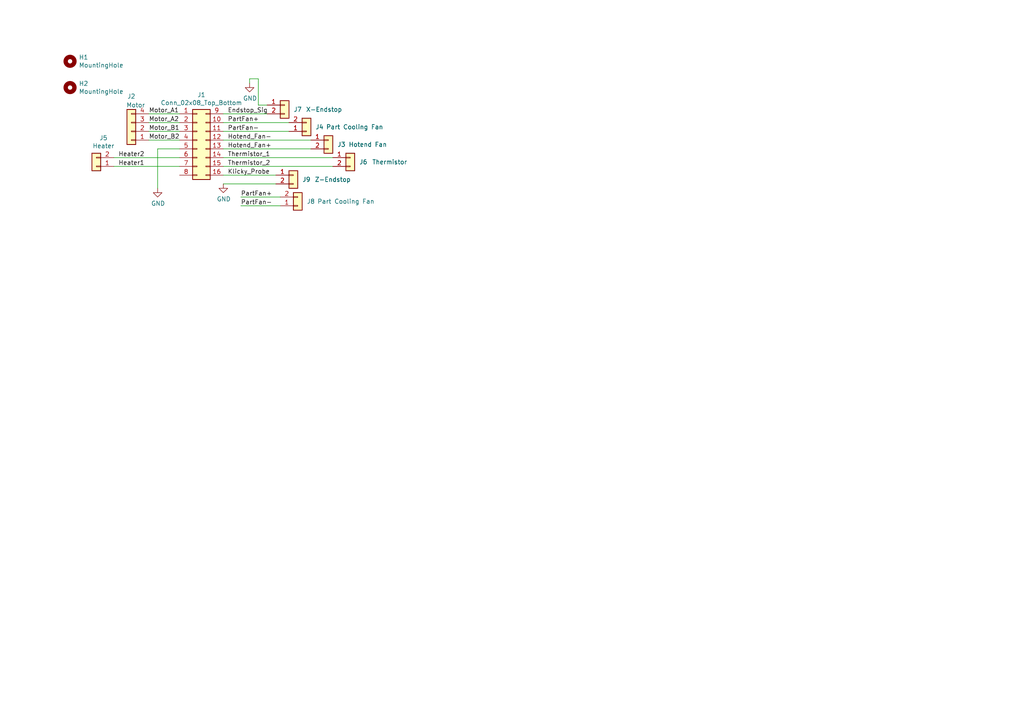
<source format=kicad_sch>
(kicad_sch (version 20211123) (generator eeschema)
  (paper "A4")
  (lib_symbols
    (symbol "Connector_Generic:Conn_01x02" (pin_names (offset 1.016) hide)
      (property "Reference" "J" (at 0 2.54 0))
      (property "Value" "Conn_01x02" (at 0 -5.08 0))
      (symbol "Conn_01x02_1_1"
        (rectangle (start -1.27 -2.413) (end 0 -2.667) (stroke (width 0.1524)))
        (rectangle (start -1.27 0.127) (end 0 -0.127) (stroke (width 0.1524)))
        (rectangle (start -1.27 1.27) (end 1.27 -3.81) (stroke (width 0.254)) (fill (type background)))
        (pin passive line (at -5.08 0 0) (length 3.81) (name "Pin_1") (number "1"))
        (pin passive line (at -5.08 -2.54 0) (length 3.81) (name "Pin_2") (number "2"))
      )
    )
    (symbol "Connector_Generic:Conn_01x04" (pin_names (offset 1.016) hide)
      (property "Reference" "J" (at 0 5.08 0))
      (property "Value" "Conn_01x04" (at 0 -7.62 0))
      (symbol "Conn_01x04_1_1"
        (rectangle (start -1.27 -4.953) (end 0 -5.207) (stroke (width 0.1524)))
        (rectangle (start -1.27 -2.413) (end 0 -2.667) (stroke (width 0.1524)))
        (rectangle (start -1.27 0.127) (end 0 -0.127) (stroke (width 0.1524)))
        (rectangle (start -1.27 2.667) (end 0 2.413) (stroke (width 0.1524)))
        (rectangle (start -1.27 3.81) (end 1.27 -6.35) (stroke (width 0.254)) (fill (type background)))
        (pin passive line (at -5.08 2.54 0) (length 3.81) (name "Pin_1") (number "1"))
        (pin passive line (at -5.08 0 0) (length 3.81) (name "Pin_2") (number "2"))
        (pin passive line (at -5.08 -2.54 0) (length 3.81) (name "Pin_3") (number "3"))
        (pin passive line (at -5.08 -5.08 0) (length 3.81) (name "Pin_4") (number "4"))
      )
    )
    (symbol "Connector_Generic:Conn_02x08_Top_Bottom" (pin_names (offset 1.016) hide)
      (property "Reference" "J" (at 1.27 10.16 0))
      (property "Value" "Conn_02x08_Top_Bottom" (at 1.27 -12.7 0))
      (symbol "Conn_02x08_Top_Bottom_1_1"
        (rectangle (start -1.27 -10.033) (end 0 -10.287) (stroke (width 0.1524)))
        (rectangle (start -1.27 -7.493) (end 0 -7.747) (stroke (width 0.1524)))
        (rectangle (start -1.27 -4.953) (end 0 -5.207) (stroke (width 0.1524)))
        (rectangle (start -1.27 -2.413) (end 0 -2.667) (stroke (width 0.1524)))
        (rectangle (start -1.27 0.127) (end 0 -0.127) (stroke (width 0.1524)))
        (rectangle (start -1.27 2.667) (end 0 2.413) (stroke (width 0.1524)))
        (rectangle (start -1.27 5.207) (end 0 4.953) (stroke (width 0.1524)))
        (rectangle (start -1.27 7.747) (end 0 7.493) (stroke (width 0.1524)))
        (rectangle (start -1.27 8.89) (end 3.81 -11.43) (stroke (width 0.254)) (fill (type background)))
        (rectangle (start 3.81 -10.033) (end 2.54 -10.287) (stroke (width 0.1524)))
        (rectangle (start 3.81 -7.493) (end 2.54 -7.747) (stroke (width 0.1524)))
        (rectangle (start 3.81 -4.953) (end 2.54 -5.207) (stroke (width 0.1524)))
        (rectangle (start 3.81 -2.413) (end 2.54 -2.667) (stroke (width 0.1524)))
        (rectangle (start 3.81 0.127) (end 2.54 -0.127) (stroke (width 0.1524)))
        (rectangle (start 3.81 2.667) (end 2.54 2.413) (stroke (width 0.1524)))
        (rectangle (start 3.81 5.207) (end 2.54 4.953) (stroke (width 0.1524)))
        (rectangle (start 3.81 7.747) (end 2.54 7.493) (stroke (width 0.1524)))
        (pin passive line (at -5.08 7.62 0) (length 3.81) (name "Pin_1") (number "1"))
        (pin passive line (at 7.62 5.08 180) (length 3.81) (name "Pin_10") (number "10"))
        (pin passive line (at 7.62 2.54 180) (length 3.81) (name "Pin_11") (number "11"))
        (pin passive line (at 7.62 0 180) (length 3.81) (name "Pin_12") (number "12"))
        (pin passive line (at 7.62 -2.54 180) (length 3.81) (name "Pin_13") (number "13"))
        (pin passive line (at 7.62 -5.08 180) (length 3.81) (name "Pin_14") (number "14"))
        (pin passive line (at 7.62 -7.62 180) (length 3.81) (name "Pin_15") (number "15"))
        (pin passive line (at 7.62 -10.16 180) (length 3.81) (name "Pin_16") (number "16"))
        (pin passive line (at -5.08 5.08 0) (length 3.81) (name "Pin_2") (number "2"))
        (pin passive line (at -5.08 2.54 0) (length 3.81) (name "Pin_3") (number "3"))
        (pin passive line (at -5.08 0 0) (length 3.81) (name "Pin_4") (number "4"))
        (pin passive line (at -5.08 -2.54 0) (length 3.81) (name "Pin_5") (number "5"))
        (pin passive line (at -5.08 -5.08 0) (length 3.81) (name "Pin_6") (number "6"))
        (pin passive line (at -5.08 -7.62 0) (length 3.81) (name "Pin_7") (number "7"))
        (pin passive line (at -5.08 -10.16 0) (length 3.81) (name "Pin_8") (number "8"))
        (pin passive line (at 7.62 7.62 180) (length 3.81) (name "Pin_9") (number "9"))
      )
    )
    (symbol "Mechanical:MountingHole" (pin_names (offset 1.016))
      (property "Reference" "H" (at 0 5.08 0))
      (property "Value" "MountingHole" (at 0 3.175 0))
      (symbol "MountingHole_0_1"
        (circle (center 0 0) (radius 1.27) (stroke (width 1.27)))
      )
    )
    (symbol "Toolhead_PCB:GND" (power) (pin_names (offset 0))
      (property "Value" "GND" (at 0 -3.81 0))
      (symbol "GND_0_1"
        (polyline (pts (xy 0 0) (xy 0 -1.27) (xy 1.27 -1.27) (xy 0 -2.54) (xy -1.27 -1.27) (xy 0 -1.27)))
      )
      (symbol "GND_1_1"
        (pin power_in line (at 0 0 270) (length 0) hide (name "GND") (number "1"))
      )
    )
  )
  (wire (pts (xy 52.07 45.72) (xy 33.02 45.72)))
  (wire (pts (xy 96.52 48.26) (xy 64.77 48.26)))
  (wire (pts (xy 74.93 22.86) (xy 72.39 22.86)))
  (wire (pts (xy 64.77 50.8) (xy 80.01 50.8)))
  (wire (pts (xy 52.07 43.18) (xy 45.72 43.18)))
  (wire (pts (xy 64.77 43.18) (xy 90.17 43.18)))
  (wire (pts (xy 33.02 48.26) (xy 52.07 48.26)))
  (wire (pts (xy 43.18 33.02) (xy 52.07 33.02)))
  (wire (pts (xy 74.93 30.48) (xy 74.93 22.86)))
  (wire (pts (xy 96.52 45.72) (xy 64.77 45.72)))
  (wire (pts (xy 72.39 22.86) (xy 72.39 24.13)))
  (wire (pts (xy 83.82 35.56) (xy 64.77 35.56)))
  (wire (pts (xy 43.18 40.64) (xy 52.07 40.64)))
  (wire (pts (xy 64.77 33.02) (xy 77.47 33.02)))
  (wire (pts (xy 77.47 30.48) (xy 74.93 30.48)))
  (wire (pts (xy 64.77 53.34) (xy 80.01 53.34)))
  (wire (pts (xy 69.85 57.15) (xy 81.28 57.15)))
  (wire (pts (xy 45.72 43.18) (xy 45.72 54.61)))
  (wire (pts (xy 64.77 38.1) (xy 83.82 38.1)))
  (wire (pts (xy 43.18 35.56) (xy 52.07 35.56)))
  (wire (pts (xy 43.18 38.1) (xy 52.07 38.1)))
  (wire (pts (xy 90.17 40.64) (xy 64.77 40.64)))
  (wire (pts (xy 69.85 59.69) (xy 81.28 59.69)))
  (label "Hotend_Fan+" (at 66.04 43.18 0))
  (label "PartFan-" (at 66.04 38.1 0))
  (label "Motor_A2" (at 43.18 35.56 0))
  (label "Endstop_Sig" (at 66.04 33.02 0))
  (label "Motor_B1" (at 43.18 38.1 0))
  (label "PartFan-" (at 69.85 59.69 0))
  (label "PartFan+" (at 69.85 57.15 0))
  (label "Motor_B2" (at 43.18 40.64 0))
  (label "Heater1" (at 41.91 48.26 180))
  (label "PartFan+" (at 66.04 35.56 0))
  (label "Thermistor_1" (at 66.04 45.72 0))
  (label "Heater2" (at 41.91 45.72 180))
  (label "Thermistor_2" (at 66.04 48.26 0))
  (label "Klicky_Probe" (at 66.04 50.8 0))
  (label "Hotend_Fan-" (at 66.04 40.64 0))
  (label "Motor_A1" (at 43.18 33.02 0))
  (symbol (lib_id "Connector_Generic:Conn_02x08_Top_Bottom") (at 57.15 40.64 0) (unit 1)
    (property "Reference" "J1" (at 58.42 27.5082 0))
    (property "Value" "Conn_02x08_Top_Bottom" (at 58.42 29.8196 0))
    (property "Footprint" "Connector_Molex:Molex_Micro-Fit_3.0_43045-1600_2x08_P3.00mm_Horizontal" (effects hide))
  )
  (symbol (lib_id "Connector_Generic:Conn_01x04") (at 38.1 38.1 180) (unit 1)
    (property "Reference" "J2" (at 38.1 27.94 0))
    (property "Value" "Motor" (at 39.37 30.48 0))
    (property "Footprint" "Connector_JST:JST_XH_B4B-XH-A_1x04_P2.50mm_Vertical" (effects hide))
  )
  (symbol (lib_id "Connector_Generic:Conn_01x02") (at 27.94 48.26 180) (unit 1)
    (property "Reference" "J5" (at 30.0228 40.005 0))
    (property "Value" "Heater" (at 30.0228 42.3164 0))
    (property "Footprint" "Connector_JST:JST_XH_B2B-XH-A_1x02_P2.50mm_Vertical" (effects hide))
  )
  (symbol (lib_id "Toolhead_PCB:GND") (at 45.72 54.61 0) (unit 1)
    (property "Reference" "#PWR0101" (effects hide))
    (property "Value" "GND" (at 45.847 59.0042 0))
  )
  (symbol (lib_id "Connector_Generic:Conn_01x02") (at 82.55 30.48 0) (unit 1)
    (property "Reference" "J7" (at 86.36 31.75 0))
    (property "Value" "X-Endstop" (at 93.98 31.75 0))
    (property "Footprint" "Connector_JST:JST_XH_B2B-XH-A_1x02_P2.50mm_Vertical" (effects hide))
  )
  (symbol (lib_id "Connector_Generic:Conn_01x02") (at 88.9 38.1 0) (mirror x) (unit 1)
    (property "Reference" "J4" (at 92.71 36.83 0))
    (property "Value" "Part Cooling Fan" (at 102.87 36.83 0))
    (property "Footprint" "Connector_JST:JST_XH_B2B-XH-A_1x02_P2.50mm_Vertical" (effects hide))
  )
  (symbol (lib_id "Connector_Generic:Conn_01x02") (at 95.25 40.64 0) (unit 1)
    (property "Reference" "J3" (at 99.06 41.91 0))
    (property "Value" "Hotend Fan" (at 106.68 41.91 0))
    (property "Footprint" "Connector_JST:JST_XH_B2B-XH-A_1x02_P2.50mm_Vertical" (effects hide))
  )
  (symbol (lib_id "Connector_Generic:Conn_01x02") (at 101.6 45.72 0) (unit 1)
    (property "Reference" "J6" (at 105.41 46.99 0))
    (property "Value" "Thermistor" (at 113.03 46.99 0))
    (property "Footprint" "Connector_JST:JST_XH_B2B-XH-A_1x02_P2.50mm_Vertical" (effects hide))
  )
  (symbol (lib_id "Toolhead_PCB:GND") (at 72.39 24.13 0) (unit 1)
    (property "Reference" "#PWR0102" (effects hide))
    (property "Value" "GND" (at 72.517 28.5242 0))
  )
  (symbol (lib_id "Mechanical:MountingHole") (at 20.32 17.78 0) (unit 1)
    (property "Reference" "H1" (at 22.86 16.6116 0) (effects (justify left)))
    (property "Value" "MountingHole" (at 22.86 18.923 0) (effects (justify left)))
    (property "Footprint" "MountingHole:MountingHole_3.2mm_M3" (effects hide))
  )
  (symbol (lib_id "Mechanical:MountingHole") (at 20.32 25.4 0) (unit 1)
    (property "Reference" "H2" (at 22.86 24.2316 0) (effects (justify left)))
    (property "Value" "MountingHole" (at 22.86 26.543 0) (effects (justify left)))
    (property "Footprint" "MountingHole:MountingHole_3.2mm_M3" (effects hide))
  )
  (symbol (lib_id "Connector_Generic:Conn_01x02") (at 86.36 59.69 0) (mirror x) (unit 1)
    (property "Reference" "J8" (at 90.17 58.42 0))
    (property "Value" "Part Cooling Fan" (at 100.33 58.42 0))
    (property "Footprint" "Connector_JST:JST_XH_B2B-XH-A_1x02_P2.50mm_Vertical" (effects hide))
  )
  (symbol (lib_id "Toolhead_PCB:GND") (at 64.77 53.34 0) (unit 1)
    (property "Reference" "#PWR0103" (effects hide))
    (property "Value" "GND" (at 64.897 57.7342 0))
  )
  (symbol (lib_id "Connector_Generic:Conn_01x02") (at 85.09 50.8 0) (unit 1)
    (property "Reference" "J9" (at 88.9 52.07 0))
    (property "Value" "Z-Endstop" (at 96.52 52.07 0))
    (property "Footprint" "Connector_JST:JST_XH_B2B-XH-A_1x02_P2.50mm_Vertical" (effects hide))
  )
)
</source>
